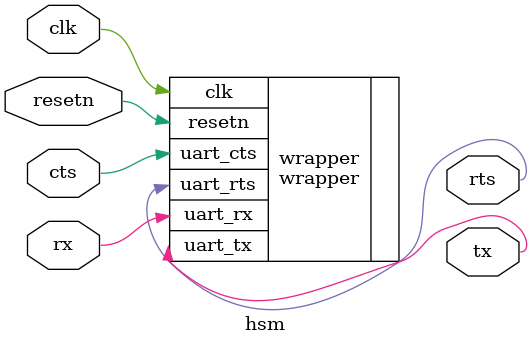
<source format=v>
/* verilator lint_off PINMISSING */

module hsm #(
    parameter FIRMWARE_FILE = "fw/firmware.mem",
    parameter ROM_ADDR_BITS = 17, // 128K ROM
    parameter RAM_ADDR_BITS = 12, // 4K RAM
    parameter FRAM_ADDR_BITS = 12 // 4k FRAM
) (
    input clk,
    input resetn,
    input rx,
    input cts,
    output tx,
    output rts
);

wrapper #(
    .FIRMWARE_FILE (FIRMWARE_FILE),
    .ROM_ADDR_BITS (ROM_ADDR_BITS),
    .RAM_ADDR_BITS (RAM_ADDR_BITS),
    .FRAM_ADDR_BITS (FRAM_ADDR_BITS)
) wrapper (
    .clk (clk),
    .resetn (resetn),
    .uart_tx (tx),
    .uart_rx (rx),
    .uart_cts (cts),
    .uart_rts (rts)
);

endmodule

</source>
